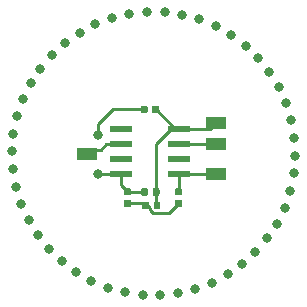
<source format=gtl>
G04 #@! TF.GenerationSoftware,KiCad,Pcbnew,(5.1.2)-2*
G04 #@! TF.CreationDate,2019-08-09T02:41:04-07:00*
G04 #@! TF.ProjectId,noncontact_electrode,6e6f6e63-6f6e-4746-9163-745f656c6563,rev?*
G04 #@! TF.SameCoordinates,Original*
G04 #@! TF.FileFunction,Copper,L1,Top*
G04 #@! TF.FilePolarity,Positive*
%FSLAX46Y46*%
G04 Gerber Fmt 4.6, Leading zero omitted, Abs format (unit mm)*
G04 Created by KiCad (PCBNEW (5.1.2)-2) date 2019-08-09 02:41:04*
%MOMM*%
%LPD*%
G04 APERTURE LIST*
%ADD10R,1.981200X0.558800*%
%ADD11C,0.100000*%
%ADD12C,0.590000*%
%ADD13R,1.800000X1.000000*%
%ADD14C,0.800000*%
%ADD15C,0.250000*%
G04 APERTURE END LIST*
D10*
X97231200Y-101727000D03*
X97231200Y-100457000D03*
X97231200Y-99187000D03*
X97231200Y-97917000D03*
X102158800Y-97917000D03*
X102158800Y-99187000D03*
X102158800Y-100457000D03*
X102158800Y-101727000D03*
D11*
G36*
X102294958Y-102956710D02*
G01*
X102309276Y-102958834D01*
X102323317Y-102962351D01*
X102336946Y-102967228D01*
X102350031Y-102973417D01*
X102362447Y-102980858D01*
X102374073Y-102989481D01*
X102384798Y-102999202D01*
X102394519Y-103009927D01*
X102403142Y-103021553D01*
X102410583Y-103033969D01*
X102416772Y-103047054D01*
X102421649Y-103060683D01*
X102425166Y-103074724D01*
X102427290Y-103089042D01*
X102428000Y-103103500D01*
X102428000Y-103398500D01*
X102427290Y-103412958D01*
X102425166Y-103427276D01*
X102421649Y-103441317D01*
X102416772Y-103454946D01*
X102410583Y-103468031D01*
X102403142Y-103480447D01*
X102394519Y-103492073D01*
X102384798Y-103502798D01*
X102374073Y-103512519D01*
X102362447Y-103521142D01*
X102350031Y-103528583D01*
X102336946Y-103534772D01*
X102323317Y-103539649D01*
X102309276Y-103543166D01*
X102294958Y-103545290D01*
X102280500Y-103546000D01*
X101935500Y-103546000D01*
X101921042Y-103545290D01*
X101906724Y-103543166D01*
X101892683Y-103539649D01*
X101879054Y-103534772D01*
X101865969Y-103528583D01*
X101853553Y-103521142D01*
X101841927Y-103512519D01*
X101831202Y-103502798D01*
X101821481Y-103492073D01*
X101812858Y-103480447D01*
X101805417Y-103468031D01*
X101799228Y-103454946D01*
X101794351Y-103441317D01*
X101790834Y-103427276D01*
X101788710Y-103412958D01*
X101788000Y-103398500D01*
X101788000Y-103103500D01*
X101788710Y-103089042D01*
X101790834Y-103074724D01*
X101794351Y-103060683D01*
X101799228Y-103047054D01*
X101805417Y-103033969D01*
X101812858Y-103021553D01*
X101821481Y-103009927D01*
X101831202Y-102999202D01*
X101841927Y-102989481D01*
X101853553Y-102980858D01*
X101865969Y-102973417D01*
X101879054Y-102967228D01*
X101892683Y-102962351D01*
X101906724Y-102958834D01*
X101921042Y-102956710D01*
X101935500Y-102956000D01*
X102280500Y-102956000D01*
X102294958Y-102956710D01*
X102294958Y-102956710D01*
G37*
D12*
X102108000Y-103251000D03*
D11*
G36*
X102294958Y-103926710D02*
G01*
X102309276Y-103928834D01*
X102323317Y-103932351D01*
X102336946Y-103937228D01*
X102350031Y-103943417D01*
X102362447Y-103950858D01*
X102374073Y-103959481D01*
X102384798Y-103969202D01*
X102394519Y-103979927D01*
X102403142Y-103991553D01*
X102410583Y-104003969D01*
X102416772Y-104017054D01*
X102421649Y-104030683D01*
X102425166Y-104044724D01*
X102427290Y-104059042D01*
X102428000Y-104073500D01*
X102428000Y-104368500D01*
X102427290Y-104382958D01*
X102425166Y-104397276D01*
X102421649Y-104411317D01*
X102416772Y-104424946D01*
X102410583Y-104438031D01*
X102403142Y-104450447D01*
X102394519Y-104462073D01*
X102384798Y-104472798D01*
X102374073Y-104482519D01*
X102362447Y-104491142D01*
X102350031Y-104498583D01*
X102336946Y-104504772D01*
X102323317Y-104509649D01*
X102309276Y-104513166D01*
X102294958Y-104515290D01*
X102280500Y-104516000D01*
X101935500Y-104516000D01*
X101921042Y-104515290D01*
X101906724Y-104513166D01*
X101892683Y-104509649D01*
X101879054Y-104504772D01*
X101865969Y-104498583D01*
X101853553Y-104491142D01*
X101841927Y-104482519D01*
X101831202Y-104472798D01*
X101821481Y-104462073D01*
X101812858Y-104450447D01*
X101805417Y-104438031D01*
X101799228Y-104424946D01*
X101794351Y-104411317D01*
X101790834Y-104397276D01*
X101788710Y-104382958D01*
X101788000Y-104368500D01*
X101788000Y-104073500D01*
X101788710Y-104059042D01*
X101790834Y-104044724D01*
X101794351Y-104030683D01*
X101799228Y-104017054D01*
X101805417Y-104003969D01*
X101812858Y-103991553D01*
X101821481Y-103979927D01*
X101831202Y-103969202D01*
X101841927Y-103959481D01*
X101853553Y-103950858D01*
X101865969Y-103943417D01*
X101879054Y-103937228D01*
X101892683Y-103932351D01*
X101906724Y-103928834D01*
X101921042Y-103926710D01*
X101935500Y-103926000D01*
X102280500Y-103926000D01*
X102294958Y-103926710D01*
X102294958Y-103926710D01*
G37*
D12*
X102108000Y-104221000D03*
D13*
X105283000Y-99187000D03*
X94361000Y-100076000D03*
D11*
G36*
X100445958Y-104074710D02*
G01*
X100460276Y-104076834D01*
X100474317Y-104080351D01*
X100487946Y-104085228D01*
X100501031Y-104091417D01*
X100513447Y-104098858D01*
X100525073Y-104107481D01*
X100535798Y-104117202D01*
X100545519Y-104127927D01*
X100554142Y-104139553D01*
X100561583Y-104151969D01*
X100567772Y-104165054D01*
X100572649Y-104178683D01*
X100576166Y-104192724D01*
X100578290Y-104207042D01*
X100579000Y-104221500D01*
X100579000Y-104566500D01*
X100578290Y-104580958D01*
X100576166Y-104595276D01*
X100572649Y-104609317D01*
X100567772Y-104622946D01*
X100561583Y-104636031D01*
X100554142Y-104648447D01*
X100545519Y-104660073D01*
X100535798Y-104670798D01*
X100525073Y-104680519D01*
X100513447Y-104689142D01*
X100501031Y-104696583D01*
X100487946Y-104702772D01*
X100474317Y-104707649D01*
X100460276Y-104711166D01*
X100445958Y-104713290D01*
X100431500Y-104714000D01*
X100136500Y-104714000D01*
X100122042Y-104713290D01*
X100107724Y-104711166D01*
X100093683Y-104707649D01*
X100080054Y-104702772D01*
X100066969Y-104696583D01*
X100054553Y-104689142D01*
X100042927Y-104680519D01*
X100032202Y-104670798D01*
X100022481Y-104660073D01*
X100013858Y-104648447D01*
X100006417Y-104636031D01*
X100000228Y-104622946D01*
X99995351Y-104609317D01*
X99991834Y-104595276D01*
X99989710Y-104580958D01*
X99989000Y-104566500D01*
X99989000Y-104221500D01*
X99989710Y-104207042D01*
X99991834Y-104192724D01*
X99995351Y-104178683D01*
X100000228Y-104165054D01*
X100006417Y-104151969D01*
X100013858Y-104139553D01*
X100022481Y-104127927D01*
X100032202Y-104117202D01*
X100042927Y-104107481D01*
X100054553Y-104098858D01*
X100066969Y-104091417D01*
X100080054Y-104085228D01*
X100093683Y-104080351D01*
X100107724Y-104076834D01*
X100122042Y-104074710D01*
X100136500Y-104074000D01*
X100431500Y-104074000D01*
X100445958Y-104074710D01*
X100445958Y-104074710D01*
G37*
D12*
X100284000Y-104394000D03*
D11*
G36*
X99475958Y-104074710D02*
G01*
X99490276Y-104076834D01*
X99504317Y-104080351D01*
X99517946Y-104085228D01*
X99531031Y-104091417D01*
X99543447Y-104098858D01*
X99555073Y-104107481D01*
X99565798Y-104117202D01*
X99575519Y-104127927D01*
X99584142Y-104139553D01*
X99591583Y-104151969D01*
X99597772Y-104165054D01*
X99602649Y-104178683D01*
X99606166Y-104192724D01*
X99608290Y-104207042D01*
X99609000Y-104221500D01*
X99609000Y-104566500D01*
X99608290Y-104580958D01*
X99606166Y-104595276D01*
X99602649Y-104609317D01*
X99597772Y-104622946D01*
X99591583Y-104636031D01*
X99584142Y-104648447D01*
X99575519Y-104660073D01*
X99565798Y-104670798D01*
X99555073Y-104680519D01*
X99543447Y-104689142D01*
X99531031Y-104696583D01*
X99517946Y-104702772D01*
X99504317Y-104707649D01*
X99490276Y-104711166D01*
X99475958Y-104713290D01*
X99461500Y-104714000D01*
X99166500Y-104714000D01*
X99152042Y-104713290D01*
X99137724Y-104711166D01*
X99123683Y-104707649D01*
X99110054Y-104702772D01*
X99096969Y-104696583D01*
X99084553Y-104689142D01*
X99072927Y-104680519D01*
X99062202Y-104670798D01*
X99052481Y-104660073D01*
X99043858Y-104648447D01*
X99036417Y-104636031D01*
X99030228Y-104622946D01*
X99025351Y-104609317D01*
X99021834Y-104595276D01*
X99019710Y-104580958D01*
X99019000Y-104566500D01*
X99019000Y-104221500D01*
X99019710Y-104207042D01*
X99021834Y-104192724D01*
X99025351Y-104178683D01*
X99030228Y-104165054D01*
X99036417Y-104151969D01*
X99043858Y-104139553D01*
X99052481Y-104127927D01*
X99062202Y-104117202D01*
X99072927Y-104107481D01*
X99084553Y-104098858D01*
X99096969Y-104091417D01*
X99110054Y-104085228D01*
X99123683Y-104080351D01*
X99137724Y-104076834D01*
X99152042Y-104074710D01*
X99166500Y-104074000D01*
X99461500Y-104074000D01*
X99475958Y-104074710D01*
X99475958Y-104074710D01*
G37*
D12*
X99314000Y-104394000D03*
D11*
G36*
X97976958Y-103926710D02*
G01*
X97991276Y-103928834D01*
X98005317Y-103932351D01*
X98018946Y-103937228D01*
X98032031Y-103943417D01*
X98044447Y-103950858D01*
X98056073Y-103959481D01*
X98066798Y-103969202D01*
X98076519Y-103979927D01*
X98085142Y-103991553D01*
X98092583Y-104003969D01*
X98098772Y-104017054D01*
X98103649Y-104030683D01*
X98107166Y-104044724D01*
X98109290Y-104059042D01*
X98110000Y-104073500D01*
X98110000Y-104368500D01*
X98109290Y-104382958D01*
X98107166Y-104397276D01*
X98103649Y-104411317D01*
X98098772Y-104424946D01*
X98092583Y-104438031D01*
X98085142Y-104450447D01*
X98076519Y-104462073D01*
X98066798Y-104472798D01*
X98056073Y-104482519D01*
X98044447Y-104491142D01*
X98032031Y-104498583D01*
X98018946Y-104504772D01*
X98005317Y-104509649D01*
X97991276Y-104513166D01*
X97976958Y-104515290D01*
X97962500Y-104516000D01*
X97617500Y-104516000D01*
X97603042Y-104515290D01*
X97588724Y-104513166D01*
X97574683Y-104509649D01*
X97561054Y-104504772D01*
X97547969Y-104498583D01*
X97535553Y-104491142D01*
X97523927Y-104482519D01*
X97513202Y-104472798D01*
X97503481Y-104462073D01*
X97494858Y-104450447D01*
X97487417Y-104438031D01*
X97481228Y-104424946D01*
X97476351Y-104411317D01*
X97472834Y-104397276D01*
X97470710Y-104382958D01*
X97470000Y-104368500D01*
X97470000Y-104073500D01*
X97470710Y-104059042D01*
X97472834Y-104044724D01*
X97476351Y-104030683D01*
X97481228Y-104017054D01*
X97487417Y-104003969D01*
X97494858Y-103991553D01*
X97503481Y-103979927D01*
X97513202Y-103969202D01*
X97523927Y-103959481D01*
X97535553Y-103950858D01*
X97547969Y-103943417D01*
X97561054Y-103937228D01*
X97574683Y-103932351D01*
X97588724Y-103928834D01*
X97603042Y-103926710D01*
X97617500Y-103926000D01*
X97962500Y-103926000D01*
X97976958Y-103926710D01*
X97976958Y-103926710D01*
G37*
D12*
X97790000Y-104221000D03*
D11*
G36*
X97976958Y-102956710D02*
G01*
X97991276Y-102958834D01*
X98005317Y-102962351D01*
X98018946Y-102967228D01*
X98032031Y-102973417D01*
X98044447Y-102980858D01*
X98056073Y-102989481D01*
X98066798Y-102999202D01*
X98076519Y-103009927D01*
X98085142Y-103021553D01*
X98092583Y-103033969D01*
X98098772Y-103047054D01*
X98103649Y-103060683D01*
X98107166Y-103074724D01*
X98109290Y-103089042D01*
X98110000Y-103103500D01*
X98110000Y-103398500D01*
X98109290Y-103412958D01*
X98107166Y-103427276D01*
X98103649Y-103441317D01*
X98098772Y-103454946D01*
X98092583Y-103468031D01*
X98085142Y-103480447D01*
X98076519Y-103492073D01*
X98066798Y-103502798D01*
X98056073Y-103512519D01*
X98044447Y-103521142D01*
X98032031Y-103528583D01*
X98018946Y-103534772D01*
X98005317Y-103539649D01*
X97991276Y-103543166D01*
X97976958Y-103545290D01*
X97962500Y-103546000D01*
X97617500Y-103546000D01*
X97603042Y-103545290D01*
X97588724Y-103543166D01*
X97574683Y-103539649D01*
X97561054Y-103534772D01*
X97547969Y-103528583D01*
X97535553Y-103521142D01*
X97523927Y-103512519D01*
X97513202Y-103502798D01*
X97503481Y-103492073D01*
X97494858Y-103480447D01*
X97487417Y-103468031D01*
X97481228Y-103454946D01*
X97476351Y-103441317D01*
X97472834Y-103427276D01*
X97470710Y-103412958D01*
X97470000Y-103398500D01*
X97470000Y-103103500D01*
X97470710Y-103089042D01*
X97472834Y-103074724D01*
X97476351Y-103060683D01*
X97481228Y-103047054D01*
X97487417Y-103033969D01*
X97494858Y-103021553D01*
X97503481Y-103009927D01*
X97513202Y-102999202D01*
X97523927Y-102989481D01*
X97535553Y-102980858D01*
X97547969Y-102973417D01*
X97561054Y-102967228D01*
X97574683Y-102962351D01*
X97588724Y-102958834D01*
X97603042Y-102956710D01*
X97617500Y-102956000D01*
X97962500Y-102956000D01*
X97976958Y-102956710D01*
X97976958Y-102956710D01*
G37*
D12*
X97790000Y-103251000D03*
D11*
G36*
X99348958Y-95946710D02*
G01*
X99363276Y-95948834D01*
X99377317Y-95952351D01*
X99390946Y-95957228D01*
X99404031Y-95963417D01*
X99416447Y-95970858D01*
X99428073Y-95979481D01*
X99438798Y-95989202D01*
X99448519Y-95999927D01*
X99457142Y-96011553D01*
X99464583Y-96023969D01*
X99470772Y-96037054D01*
X99475649Y-96050683D01*
X99479166Y-96064724D01*
X99481290Y-96079042D01*
X99482000Y-96093500D01*
X99482000Y-96438500D01*
X99481290Y-96452958D01*
X99479166Y-96467276D01*
X99475649Y-96481317D01*
X99470772Y-96494946D01*
X99464583Y-96508031D01*
X99457142Y-96520447D01*
X99448519Y-96532073D01*
X99438798Y-96542798D01*
X99428073Y-96552519D01*
X99416447Y-96561142D01*
X99404031Y-96568583D01*
X99390946Y-96574772D01*
X99377317Y-96579649D01*
X99363276Y-96583166D01*
X99348958Y-96585290D01*
X99334500Y-96586000D01*
X99039500Y-96586000D01*
X99025042Y-96585290D01*
X99010724Y-96583166D01*
X98996683Y-96579649D01*
X98983054Y-96574772D01*
X98969969Y-96568583D01*
X98957553Y-96561142D01*
X98945927Y-96552519D01*
X98935202Y-96542798D01*
X98925481Y-96532073D01*
X98916858Y-96520447D01*
X98909417Y-96508031D01*
X98903228Y-96494946D01*
X98898351Y-96481317D01*
X98894834Y-96467276D01*
X98892710Y-96452958D01*
X98892000Y-96438500D01*
X98892000Y-96093500D01*
X98892710Y-96079042D01*
X98894834Y-96064724D01*
X98898351Y-96050683D01*
X98903228Y-96037054D01*
X98909417Y-96023969D01*
X98916858Y-96011553D01*
X98925481Y-95999927D01*
X98935202Y-95989202D01*
X98945927Y-95979481D01*
X98957553Y-95970858D01*
X98969969Y-95963417D01*
X98983054Y-95957228D01*
X98996683Y-95952351D01*
X99010724Y-95948834D01*
X99025042Y-95946710D01*
X99039500Y-95946000D01*
X99334500Y-95946000D01*
X99348958Y-95946710D01*
X99348958Y-95946710D01*
G37*
D12*
X99187000Y-96266000D03*
D11*
G36*
X100318958Y-95946710D02*
G01*
X100333276Y-95948834D01*
X100347317Y-95952351D01*
X100360946Y-95957228D01*
X100374031Y-95963417D01*
X100386447Y-95970858D01*
X100398073Y-95979481D01*
X100408798Y-95989202D01*
X100418519Y-95999927D01*
X100427142Y-96011553D01*
X100434583Y-96023969D01*
X100440772Y-96037054D01*
X100445649Y-96050683D01*
X100449166Y-96064724D01*
X100451290Y-96079042D01*
X100452000Y-96093500D01*
X100452000Y-96438500D01*
X100451290Y-96452958D01*
X100449166Y-96467276D01*
X100445649Y-96481317D01*
X100440772Y-96494946D01*
X100434583Y-96508031D01*
X100427142Y-96520447D01*
X100418519Y-96532073D01*
X100408798Y-96542798D01*
X100398073Y-96552519D01*
X100386447Y-96561142D01*
X100374031Y-96568583D01*
X100360946Y-96574772D01*
X100347317Y-96579649D01*
X100333276Y-96583166D01*
X100318958Y-96585290D01*
X100304500Y-96586000D01*
X100009500Y-96586000D01*
X99995042Y-96585290D01*
X99980724Y-96583166D01*
X99966683Y-96579649D01*
X99953054Y-96574772D01*
X99939969Y-96568583D01*
X99927553Y-96561142D01*
X99915927Y-96552519D01*
X99905202Y-96542798D01*
X99895481Y-96532073D01*
X99886858Y-96520447D01*
X99879417Y-96508031D01*
X99873228Y-96494946D01*
X99868351Y-96481317D01*
X99864834Y-96467276D01*
X99862710Y-96452958D01*
X99862000Y-96438500D01*
X99862000Y-96093500D01*
X99862710Y-96079042D01*
X99864834Y-96064724D01*
X99868351Y-96050683D01*
X99873228Y-96037054D01*
X99879417Y-96023969D01*
X99886858Y-96011553D01*
X99895481Y-95999927D01*
X99905202Y-95989202D01*
X99915927Y-95979481D01*
X99927553Y-95970858D01*
X99939969Y-95963417D01*
X99953054Y-95957228D01*
X99966683Y-95952351D01*
X99980724Y-95948834D01*
X99995042Y-95946710D01*
X100009500Y-95946000D01*
X100304500Y-95946000D01*
X100318958Y-95946710D01*
X100318958Y-95946710D01*
G37*
D12*
X100157000Y-96266000D03*
D13*
X105283000Y-97409000D03*
X105283000Y-101727000D03*
D11*
G36*
X99394958Y-102931710D02*
G01*
X99409276Y-102933834D01*
X99423317Y-102937351D01*
X99436946Y-102942228D01*
X99450031Y-102948417D01*
X99462447Y-102955858D01*
X99474073Y-102964481D01*
X99484798Y-102974202D01*
X99494519Y-102984927D01*
X99503142Y-102996553D01*
X99510583Y-103008969D01*
X99516772Y-103022054D01*
X99521649Y-103035683D01*
X99525166Y-103049724D01*
X99527290Y-103064042D01*
X99528000Y-103078500D01*
X99528000Y-103423500D01*
X99527290Y-103437958D01*
X99525166Y-103452276D01*
X99521649Y-103466317D01*
X99516772Y-103479946D01*
X99510583Y-103493031D01*
X99503142Y-103505447D01*
X99494519Y-103517073D01*
X99484798Y-103527798D01*
X99474073Y-103537519D01*
X99462447Y-103546142D01*
X99450031Y-103553583D01*
X99436946Y-103559772D01*
X99423317Y-103564649D01*
X99409276Y-103568166D01*
X99394958Y-103570290D01*
X99380500Y-103571000D01*
X99085500Y-103571000D01*
X99071042Y-103570290D01*
X99056724Y-103568166D01*
X99042683Y-103564649D01*
X99029054Y-103559772D01*
X99015969Y-103553583D01*
X99003553Y-103546142D01*
X98991927Y-103537519D01*
X98981202Y-103527798D01*
X98971481Y-103517073D01*
X98962858Y-103505447D01*
X98955417Y-103493031D01*
X98949228Y-103479946D01*
X98944351Y-103466317D01*
X98940834Y-103452276D01*
X98938710Y-103437958D01*
X98938000Y-103423500D01*
X98938000Y-103078500D01*
X98938710Y-103064042D01*
X98940834Y-103049724D01*
X98944351Y-103035683D01*
X98949228Y-103022054D01*
X98955417Y-103008969D01*
X98962858Y-102996553D01*
X98971481Y-102984927D01*
X98981202Y-102974202D01*
X98991927Y-102964481D01*
X99003553Y-102955858D01*
X99015969Y-102948417D01*
X99029054Y-102942228D01*
X99042683Y-102937351D01*
X99056724Y-102933834D01*
X99071042Y-102931710D01*
X99085500Y-102931000D01*
X99380500Y-102931000D01*
X99394958Y-102931710D01*
X99394958Y-102931710D01*
G37*
D12*
X99233000Y-103251000D03*
D11*
G36*
X100364958Y-102931710D02*
G01*
X100379276Y-102933834D01*
X100393317Y-102937351D01*
X100406946Y-102942228D01*
X100420031Y-102948417D01*
X100432447Y-102955858D01*
X100444073Y-102964481D01*
X100454798Y-102974202D01*
X100464519Y-102984927D01*
X100473142Y-102996553D01*
X100480583Y-103008969D01*
X100486772Y-103022054D01*
X100491649Y-103035683D01*
X100495166Y-103049724D01*
X100497290Y-103064042D01*
X100498000Y-103078500D01*
X100498000Y-103423500D01*
X100497290Y-103437958D01*
X100495166Y-103452276D01*
X100491649Y-103466317D01*
X100486772Y-103479946D01*
X100480583Y-103493031D01*
X100473142Y-103505447D01*
X100464519Y-103517073D01*
X100454798Y-103527798D01*
X100444073Y-103537519D01*
X100432447Y-103546142D01*
X100420031Y-103553583D01*
X100406946Y-103559772D01*
X100393317Y-103564649D01*
X100379276Y-103568166D01*
X100364958Y-103570290D01*
X100350500Y-103571000D01*
X100055500Y-103571000D01*
X100041042Y-103570290D01*
X100026724Y-103568166D01*
X100012683Y-103564649D01*
X99999054Y-103559772D01*
X99985969Y-103553583D01*
X99973553Y-103546142D01*
X99961927Y-103537519D01*
X99951202Y-103527798D01*
X99941481Y-103517073D01*
X99932858Y-103505447D01*
X99925417Y-103493031D01*
X99919228Y-103479946D01*
X99914351Y-103466317D01*
X99910834Y-103452276D01*
X99908710Y-103437958D01*
X99908000Y-103423500D01*
X99908000Y-103078500D01*
X99908710Y-103064042D01*
X99910834Y-103049724D01*
X99914351Y-103035683D01*
X99919228Y-103022054D01*
X99925417Y-103008969D01*
X99932858Y-102996553D01*
X99941481Y-102984927D01*
X99951202Y-102974202D01*
X99961927Y-102964481D01*
X99973553Y-102955858D01*
X99985969Y-102948417D01*
X99999054Y-102942228D01*
X100012683Y-102937351D01*
X100026724Y-102933834D01*
X100041042Y-102931710D01*
X100055500Y-102931000D01*
X100350500Y-102931000D01*
X100364958Y-102931710D01*
X100364958Y-102931710D01*
G37*
D12*
X100203000Y-103251000D03*
D14*
X95250000Y-98425000D03*
X88011000Y-99822000D03*
X88083228Y-101326024D03*
X88343390Y-102809135D03*
X88787384Y-104247945D03*
X89408207Y-105619762D03*
X90196069Y-106902952D03*
X91138546Y-108077279D03*
X92220772Y-109124222D03*
X93425682Y-110027270D03*
X94734273Y-110772183D03*
X96125907Y-111347212D03*
X97578638Y-111743288D03*
X99069556Y-111954166D03*
X100575147Y-111976519D03*
X102071667Y-111809996D03*
X103535517Y-111457222D03*
X104943609Y-110923760D03*
X106273737Y-110218025D03*
X107504925Y-109351145D03*
X108617755Y-108336792D03*
X109594679Y-107190962D03*
X110420289Y-105931727D03*
X111081564Y-104578945D03*
X111568077Y-103153951D03*
X111872154Y-101679217D03*
X111989000Y-100178000D03*
X111916772Y-98673976D03*
X111656610Y-97190865D03*
X111212616Y-95752055D03*
X110591793Y-94380238D03*
X109803931Y-93097048D03*
X108861454Y-91922721D03*
X107779228Y-90875778D03*
X106574318Y-89972730D03*
X105265727Y-89227817D03*
X103874093Y-88652788D03*
X102421362Y-88256712D03*
X100930444Y-88045834D03*
X99424853Y-88023481D03*
X97928333Y-88190004D03*
X96464483Y-88542778D03*
X95056391Y-89076240D03*
X93726263Y-89781975D03*
X92495075Y-90648855D03*
X91382245Y-91663208D03*
X90405321Y-92809038D03*
X89579711Y-94068273D03*
X88918436Y-95421055D03*
X88431923Y-96846049D03*
X88127846Y-98320783D03*
X95250000Y-101727000D03*
D15*
X99187000Y-96266000D02*
X96520000Y-96266000D01*
X95250000Y-97536000D02*
X95250000Y-98425000D01*
X96520000Y-96266000D02*
X95250000Y-97536000D01*
X101808000Y-97917000D02*
X102158800Y-97917000D01*
X100157000Y-96266000D02*
X101808000Y-97917000D01*
X104775000Y-97917000D02*
X105283000Y-97409000D01*
X102158800Y-97917000D02*
X104775000Y-97917000D01*
X100203000Y-102831000D02*
X100203000Y-103251000D01*
X100203000Y-99161600D02*
X100203000Y-102831000D01*
X101447600Y-97917000D02*
X100203000Y-99161600D01*
X102158800Y-97917000D02*
X101447600Y-97917000D01*
X100203000Y-104313000D02*
X100284000Y-104394000D01*
X100203000Y-103251000D02*
X100203000Y-104313000D01*
X95990600Y-99187000D02*
X95504000Y-99673600D01*
X97231200Y-99187000D02*
X95990600Y-99187000D01*
X94763400Y-99673600D02*
X94361000Y-100076000D01*
X95504000Y-99673600D02*
X94763400Y-99673600D01*
X102158800Y-99187000D02*
X105283000Y-99187000D01*
X97231200Y-101727000D02*
X95250000Y-101727000D01*
X97231200Y-102692200D02*
X97790000Y-103251000D01*
X97231200Y-101727000D02*
X97231200Y-102692200D01*
X97790000Y-103251000D02*
X99233000Y-103251000D01*
X99141000Y-104221000D02*
X99314000Y-104394000D01*
X97790000Y-104221000D02*
X99141000Y-104221000D01*
X101289990Y-105039010D02*
X101773832Y-104555168D01*
X99940778Y-105039010D02*
X101289990Y-105039010D01*
X101773832Y-104555168D02*
X102108000Y-104221000D01*
X99663990Y-104762222D02*
X99940778Y-105039010D01*
X99663990Y-104616990D02*
X99663990Y-104762222D01*
X99441000Y-104394000D02*
X99663990Y-104616990D01*
X99314000Y-104394000D02*
X99441000Y-104394000D01*
X103399400Y-101727000D02*
X105283000Y-101727000D01*
X102158800Y-101727000D02*
X103399400Y-101727000D01*
X102158800Y-103200200D02*
X102108000Y-103251000D01*
X102158800Y-101727000D02*
X102158800Y-103200200D01*
M02*

</source>
